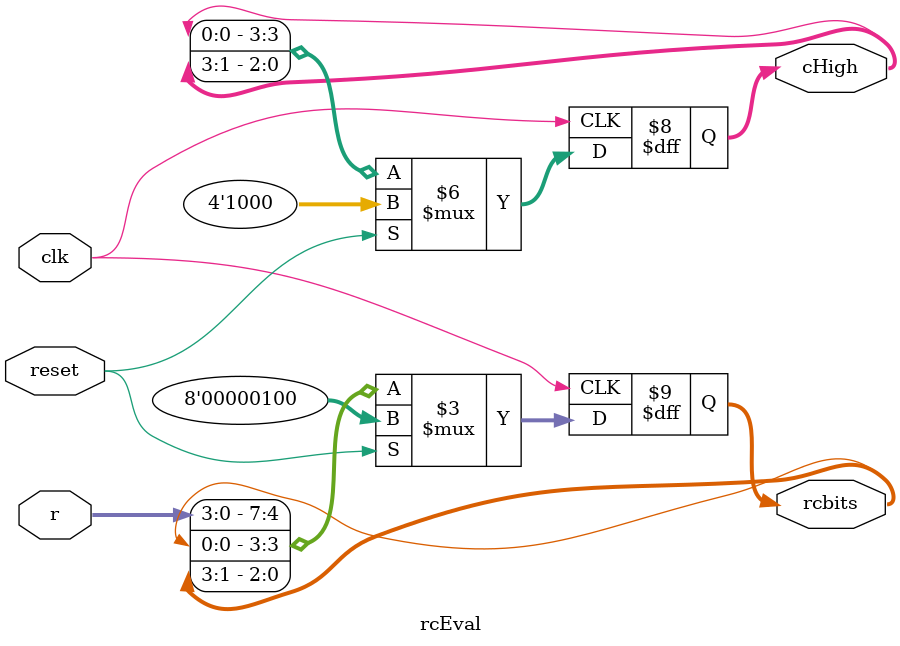
<source format=sv>

/*
  Robert "Skipper" Gonzalez
  sgonzalez@g.hmc.edu
  09/12/2018
  row-column evaluation module

  Below is a module for controlling and evaluating keypad signals. This module
  has two primary functions: 1) setting different column pins of the
  keypad high, and 2) concatenating the synchronous row bits r with the column signal
  from back when the rows were read by the synchronizer. Since the synchronization
  takes two clock cycles, use cHigh from two clock cycles prior.

  Inputs:
    clk:         clock signal
    reset:       reset signal
    r[3:0]:      synchronized row bits

  Outputs:
    c[3:0]:      keypad column bits to be set high
    rcbits[7:0]: synchronized row bits concatenated with their corresponding column bits
*/

module rcEval(input  logic clk,
              input  logic reset,
              input  logic [3:0] r,
              output logic [3:0] cHigh,
              output logic [7:0] rcbits);

  always_ff @(posedge clk)
    if (reset) begin
      cHigh  <= 4'b1000;
      rcbits <= {4'b0000, 4'b0100};
    end else begin
      cHigh  <= {cHigh[0], cHigh[3:1]};
      rcbits <= {r, rcbits[0], rcbits[3:1]};
    end

endmodule

</source>
